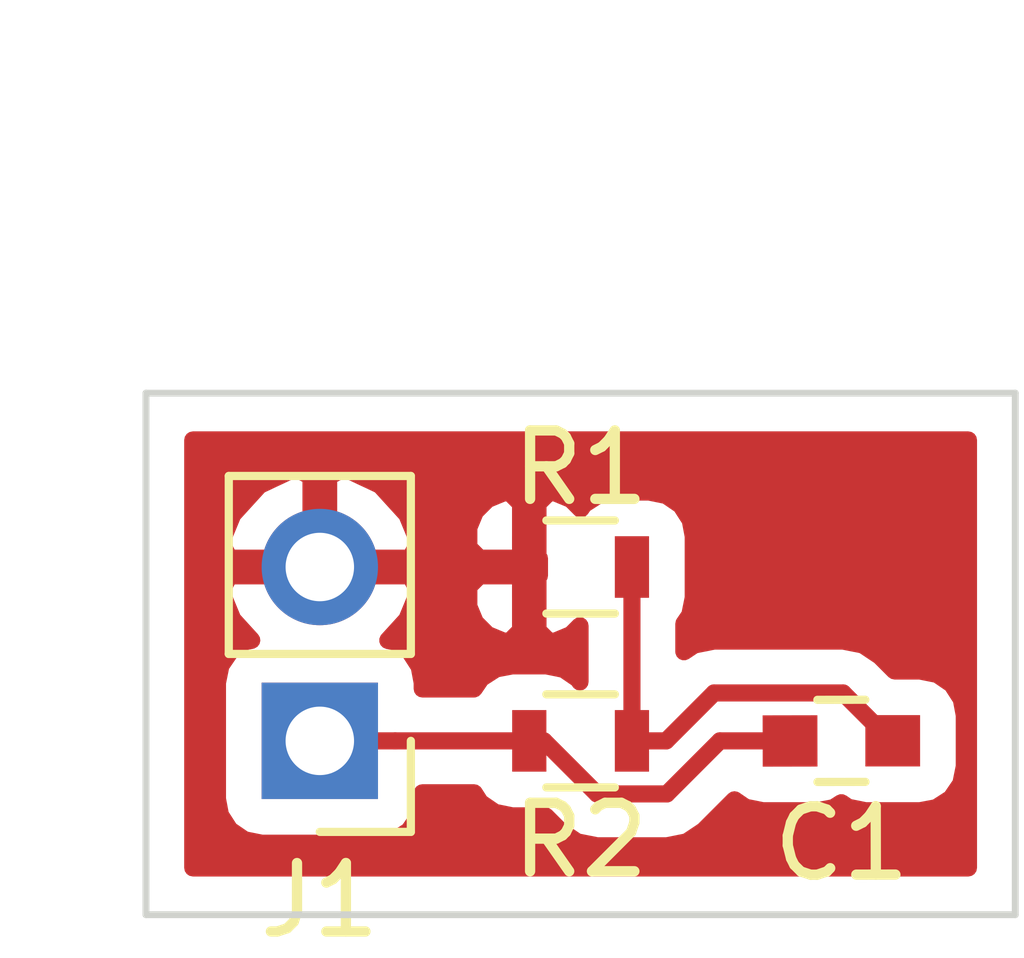
<source format=kicad_pcb>
(kicad_pcb (version 4) (host pcbnew 4.0.7+dfsg1-1)

  (general
    (links 5)
    (no_connects 0)
    (area 137.492381 96.36 152.55 110.085)
    (thickness 1.6)
    (drawings 5)
    (tracks 14)
    (zones 0)
    (modules 4)
    (nets 4)
  )

  (page A4)
  (layers
    (0 F.Cu signal)
    (31 B.Cu signal)
    (32 B.Adhes user)
    (33 F.Adhes user)
    (34 B.Paste user)
    (35 F.Paste user)
    (36 B.SilkS user)
    (37 F.SilkS user)
    (38 B.Mask user)
    (39 F.Mask user)
    (40 Dwgs.User user)
    (41 Cmts.User user)
    (42 Eco1.User user)
    (43 Eco2.User user)
    (44 Edge.Cuts user)
    (45 Margin user)
    (46 B.CrtYd user)
    (47 F.CrtYd user)
    (48 B.Fab user)
    (49 F.Fab user)
  )

  (setup
    (last_trace_width 0.25)
    (trace_clearance 0.2)
    (zone_clearance 0.508)
    (zone_45_only no)
    (trace_min 0.2)
    (segment_width 0.2)
    (edge_width 0.2)
    (via_size 0.6)
    (via_drill 0.4)
    (via_min_size 0.4)
    (via_min_drill 0.3)
    (uvia_size 0.3)
    (uvia_drill 0.1)
    (uvias_allowed no)
    (uvia_min_size 0.2)
    (uvia_min_drill 0.1)
    (pcb_text_width 0.3)
    (pcb_text_size 1.5 1.5)
    (mod_edge_width 0.15)
    (mod_text_size 1 1)
    (mod_text_width 0.15)
    (pad_size 0.8 0.75)
    (pad_drill 0)
    (pad_to_mask_clearance 0.2)
    (aux_axis_origin 0 0)
    (visible_elements FFFFFF7F)
    (pcbplotparams
      (layerselection 0x00030_80000001)
      (usegerberextensions false)
      (excludeedgelayer true)
      (linewidth 0.100000)
      (plotframeref false)
      (viasonmask false)
      (mode 1)
      (useauxorigin false)
      (hpglpennumber 1)
      (hpglpenspeed 20)
      (hpglpendiameter 15)
      (hpglpenoverlay 2)
      (psnegative false)
      (psa4output false)
      (plotreference true)
      (plotvalue true)
      (plotinvisibletext false)
      (padsonsilk false)
      (subtractmaskfromsilk false)
      (outputformat 1)
      (mirror false)
      (drillshape 1)
      (scaleselection 1)
      (outputdirectory ""))
  )

  (net 0 "")
  (net 1 "Net-(C1-Pad1)")
  (net 2 "Net-(J1-Pad2)")
  (net 3 GND)

  (net_class Default "This is the default net class."
    (clearance 0.2)
    (trace_width 0.25)
    (via_dia 0.6)
    (via_drill 0.4)
    (uvia_dia 0.3)
    (uvia_drill 0.1)
    (add_net GND)
    (add_net "Net-(C1-Pad1)")
    (add_net "Net-(J1-Pad2)")
  )

  (module Capacitors_SMD:C_0603 (layer F.Cu) (tedit 5A2A3416) (tstamp 5A29152D)
    (at 149.86 106.68 180.1)
    (descr "Capacitor SMD 0603, reflow soldering, AVX (see smccp.pdf)")
    (tags "capacitor 0603")
    (path /5A2915AE)
    (attr smd)
    (fp_text reference C1 (at 0 -1.5 180.1) (layer F.SilkS)
      (effects (font (size 1 1) (thickness 0.15)))
    )
    (fp_text value C (at 0 1.5 180.1) (layer F.Fab)
      (effects (font (size 1 1) (thickness 0.15)))
    )
    (fp_line (start 1.4 0.65) (end -1.4 0.65) (layer F.CrtYd) (width 0.05))
    (fp_line (start 1.4 0.65) (end 1.4 -0.65) (layer F.CrtYd) (width 0.05))
    (fp_line (start -1.4 -0.65) (end -1.4 0.65) (layer F.CrtYd) (width 0.05))
    (fp_line (start -1.4 -0.65) (end 1.4 -0.65) (layer F.CrtYd) (width 0.05))
    (fp_line (start 0.35 0.6) (end -0.35 0.6) (layer F.SilkS) (width 0.12))
    (fp_line (start -0.35 -0.6) (end 0.35 -0.6) (layer F.SilkS) (width 0.12))
    (fp_line (start -0.8 -0.4) (end 0.8 -0.4) (layer F.Fab) (width 0.1))
    (fp_line (start 0.8 -0.4) (end 0.8 0.4) (layer F.Fab) (width 0.1))
    (fp_line (start 0.8 0.4) (end -0.8 0.4) (layer F.Fab) (width 0.1))
    (fp_line (start -0.8 0.4) (end -0.8 -0.4) (layer F.Fab) (width 0.1))
    (fp_text user %R (at 0 0 180.1) (layer F.Fab)
      (effects (font (size 0.3 0.3) (thickness 0.075)))
    )
    (pad 2 smd rect (at 0.75 0 180.1) (size 0.8 0.75) (layers F.Cu F.Paste F.Mask)
      (net 3 GND))
    (pad 1 smd rect (at -0.75 0 180) (size 0.8 0.75) (layers F.Cu F.Paste F.Mask)
      (net 1 "Net-(C1-Pad1)"))
    (model Capacitors_SMD.3dshapes/C_0603.wrl
      (at (xyz 0 0 0))
      (scale (xyz 1 1 1))
      (rotate (xyz 0 0 0))
    )
  )

  (module Pin_Headers:Pin_Header_Straight_1x02_Pitch2.54mm (layer F.Cu) (tedit 59650532) (tstamp 5A291533)
    (at 142.24 106.68 180)
    (descr "Through hole straight pin header, 1x02, 2.54mm pitch, single row")
    (tags "Through hole pin header THT 1x02 2.54mm single row")
    (path /5A2914CA)
    (fp_text reference J1 (at 0 -2.33 180) (layer F.SilkS)
      (effects (font (size 1 1) (thickness 0.15)))
    )
    (fp_text value Conn_01x02 (at 0 4.87 180) (layer F.Fab)
      (effects (font (size 1 1) (thickness 0.15)))
    )
    (fp_line (start -0.635 -1.27) (end 1.27 -1.27) (layer F.Fab) (width 0.1))
    (fp_line (start 1.27 -1.27) (end 1.27 3.81) (layer F.Fab) (width 0.1))
    (fp_line (start 1.27 3.81) (end -1.27 3.81) (layer F.Fab) (width 0.1))
    (fp_line (start -1.27 3.81) (end -1.27 -0.635) (layer F.Fab) (width 0.1))
    (fp_line (start -1.27 -0.635) (end -0.635 -1.27) (layer F.Fab) (width 0.1))
    (fp_line (start -1.33 3.87) (end 1.33 3.87) (layer F.SilkS) (width 0.12))
    (fp_line (start -1.33 1.27) (end -1.33 3.87) (layer F.SilkS) (width 0.12))
    (fp_line (start 1.33 1.27) (end 1.33 3.87) (layer F.SilkS) (width 0.12))
    (fp_line (start -1.33 1.27) (end 1.33 1.27) (layer F.SilkS) (width 0.12))
    (fp_line (start -1.33 0) (end -1.33 -1.33) (layer F.SilkS) (width 0.12))
    (fp_line (start -1.33 -1.33) (end 0 -1.33) (layer F.SilkS) (width 0.12))
    (fp_line (start -1.8 -1.8) (end -1.8 4.35) (layer F.CrtYd) (width 0.05))
    (fp_line (start -1.8 4.35) (end 1.8 4.35) (layer F.CrtYd) (width 0.05))
    (fp_line (start 1.8 4.35) (end 1.8 -1.8) (layer F.CrtYd) (width 0.05))
    (fp_line (start 1.8 -1.8) (end -1.8 -1.8) (layer F.CrtYd) (width 0.05))
    (fp_text user %R (at 0 1.27 270) (layer F.Fab)
      (effects (font (size 1 1) (thickness 0.15)))
    )
    (pad 1 thru_hole rect (at 0 0 180) (size 1.7 1.7) (drill 1) (layers *.Cu *.Mask)
      (net 3 GND))
    (pad 2 thru_hole oval (at 0 2.54 180) (size 1.7 1.7) (drill 1) (layers *.Cu *.Mask)
      (net 2 "Net-(J1-Pad2)"))
    (model ${KISYS3DMOD}/Pin_Headers.3dshapes/Pin_Header_Straight_1x02_Pitch2.54mm.wrl
      (at (xyz 0 0 0))
      (scale (xyz 1 1 1))
      (rotate (xyz 0 0 0))
    )
  )

  (module Resistors_SMD:R_0603 (layer F.Cu) (tedit 58E0A804) (tstamp 5A291539)
    (at 146.05 104.14)
    (descr "Resistor SMD 0603, reflow soldering, Vishay (see dcrcw.pdf)")
    (tags "resistor 0603")
    (path /5A29147F)
    (attr smd)
    (fp_text reference R1 (at 0 -1.45) (layer F.SilkS)
      (effects (font (size 1 1) (thickness 0.15)))
    )
    (fp_text value R (at 0 1.5) (layer F.Fab)
      (effects (font (size 1 1) (thickness 0.15)))
    )
    (fp_text user %R (at 0 0) (layer F.Fab)
      (effects (font (size 0.4 0.4) (thickness 0.075)))
    )
    (fp_line (start -0.8 0.4) (end -0.8 -0.4) (layer F.Fab) (width 0.1))
    (fp_line (start 0.8 0.4) (end -0.8 0.4) (layer F.Fab) (width 0.1))
    (fp_line (start 0.8 -0.4) (end 0.8 0.4) (layer F.Fab) (width 0.1))
    (fp_line (start -0.8 -0.4) (end 0.8 -0.4) (layer F.Fab) (width 0.1))
    (fp_line (start 0.5 0.68) (end -0.5 0.68) (layer F.SilkS) (width 0.12))
    (fp_line (start -0.5 -0.68) (end 0.5 -0.68) (layer F.SilkS) (width 0.12))
    (fp_line (start -1.25 -0.7) (end 1.25 -0.7) (layer F.CrtYd) (width 0.05))
    (fp_line (start -1.25 -0.7) (end -1.25 0.7) (layer F.CrtYd) (width 0.05))
    (fp_line (start 1.25 0.7) (end 1.25 -0.7) (layer F.CrtYd) (width 0.05))
    (fp_line (start 1.25 0.7) (end -1.25 0.7) (layer F.CrtYd) (width 0.05))
    (pad 1 smd rect (at -0.75 0) (size 0.5 0.9) (layers F.Cu F.Paste F.Mask)
      (net 2 "Net-(J1-Pad2)"))
    (pad 2 smd rect (at 0.75 0) (size 0.5 0.9) (layers F.Cu F.Paste F.Mask)
      (net 1 "Net-(C1-Pad1)"))
    (model ${KISYS3DMOD}/Resistors_SMD.3dshapes/R_0603.wrl
      (at (xyz 0 0 0))
      (scale (xyz 1 1 1))
      (rotate (xyz 0 0 0))
    )
  )

  (module Resistors_SMD:R_0603 (layer F.Cu) (tedit 58E0A804) (tstamp 5A29153F)
    (at 146.05 106.68 180)
    (descr "Resistor SMD 0603, reflow soldering, Vishay (see dcrcw.pdf)")
    (tags "resistor 0603")
    (path /5A29151D)
    (attr smd)
    (fp_text reference R2 (at 0 -1.45 180) (layer F.SilkS)
      (effects (font (size 1 1) (thickness 0.15)))
    )
    (fp_text value R (at 0 1.5 180) (layer F.Fab)
      (effects (font (size 1 1) (thickness 0.15)))
    )
    (fp_text user %R (at 0 0 180) (layer F.Fab)
      (effects (font (size 0.4 0.4) (thickness 0.075)))
    )
    (fp_line (start -0.8 0.4) (end -0.8 -0.4) (layer F.Fab) (width 0.1))
    (fp_line (start 0.8 0.4) (end -0.8 0.4) (layer F.Fab) (width 0.1))
    (fp_line (start 0.8 -0.4) (end 0.8 0.4) (layer F.Fab) (width 0.1))
    (fp_line (start -0.8 -0.4) (end 0.8 -0.4) (layer F.Fab) (width 0.1))
    (fp_line (start 0.5 0.68) (end -0.5 0.68) (layer F.SilkS) (width 0.12))
    (fp_line (start -0.5 -0.68) (end 0.5 -0.68) (layer F.SilkS) (width 0.12))
    (fp_line (start -1.25 -0.7) (end 1.25 -0.7) (layer F.CrtYd) (width 0.05))
    (fp_line (start -1.25 -0.7) (end -1.25 0.7) (layer F.CrtYd) (width 0.05))
    (fp_line (start 1.25 0.7) (end 1.25 -0.7) (layer F.CrtYd) (width 0.05))
    (fp_line (start 1.25 0.7) (end -1.25 0.7) (layer F.CrtYd) (width 0.05))
    (pad 1 smd rect (at -0.75 0 180) (size 0.5 0.9) (layers F.Cu F.Paste F.Mask)
      (net 1 "Net-(C1-Pad1)"))
    (pad 2 smd rect (at 0.75 0 180) (size 0.5 0.9) (layers F.Cu F.Paste F.Mask)
      (net 3 GND))
    (model ${KISYS3DMOD}/Resistors_SMD.3dshapes/R_0603.wrl
      (at (xyz 0 0 0))
      (scale (xyz 1 1 1))
      (rotate (xyz 0 0 0))
    )
  )

  (dimension 12.7 (width 0.3) (layer Dwgs.User)
    (gr_text "12,700 mm" (at 146.05 97.71) (layer Dwgs.User)
      (effects (font (size 1.5 1.5) (thickness 0.3)))
    )
    (feature1 (pts (xy 152.4 101.6) (xy 152.4 96.36)))
    (feature2 (pts (xy 139.7 101.6) (xy 139.7 96.36)))
    (crossbar (pts (xy 139.7 99.06) (xy 152.4 99.06)))
    (arrow1a (pts (xy 152.4 99.06) (xy 151.273496 99.646421)))
    (arrow1b (pts (xy 152.4 99.06) (xy 151.273496 98.473579)))
    (arrow2a (pts (xy 139.7 99.06) (xy 140.826504 99.646421)))
    (arrow2b (pts (xy 139.7 99.06) (xy 140.826504 98.473579)))
  )
  (gr_line (start 139.7 109.22) (end 139.7 101.6) (layer Edge.Cuts) (width 0.1))
  (gr_line (start 152.4 109.22) (end 139.7 109.22) (layer Edge.Cuts) (width 0.1))
  (gr_line (start 152.4 101.6) (end 152.4 109.22) (layer Edge.Cuts) (width 0.1))
  (gr_line (start 139.7 101.6) (end 152.4 101.6) (layer Edge.Cuts) (width 0.1))

  (segment (start 150.61 106.68) (end 150.585 106.68) (width 0.25) (layer F.Cu) (net 1))
  (segment (start 150.585 106.68) (end 149.884999 105.979999) (width 0.25) (layer F.Cu) (net 1))
  (segment (start 147.3 106.68) (end 146.8 106.68) (width 0.25) (layer F.Cu) (net 1))
  (segment (start 149.884999 105.979999) (end 148.000001 105.979999) (width 0.25) (layer F.Cu) (net 1))
  (segment (start 148.000001 105.979999) (end 147.3 106.68) (width 0.25) (layer F.Cu) (net 1))
  (segment (start 146.8 106.68) (end 146.8 106.48) (width 0.25) (layer F.Cu) (net 1))
  (segment (start 146.8 106.48) (end 146.8 104.14) (width 0.25) (layer F.Cu) (net 1))
  (segment (start 142.24 104.14) (end 145.3 104.14) (width 0.25) (layer F.Cu) (net 2))
  (segment (start 149.11 106.68) (end 148.085002 106.68) (width 0.25) (layer F.Cu) (net 3))
  (segment (start 148.085002 106.68) (end 147.310001 107.455001) (width 0.25) (layer F.Cu) (net 3))
  (segment (start 147.310001 107.455001) (end 146.289999 107.455001) (width 0.25) (layer F.Cu) (net 3))
  (segment (start 146.289999 107.455001) (end 145.514998 106.68) (width 0.25) (layer F.Cu) (net 3))
  (segment (start 145.514998 106.68) (end 143.34 106.68) (width 0.25) (layer F.Cu) (net 3))
  (segment (start 143.34 106.68) (end 142.24 106.68) (width 0.25) (layer F.Cu) (net 3))

  (zone (net 2) (net_name "Net-(J1-Pad2)") (layer F.Cu) (tstamp 0) (hatch edge 0.508)
    (connect_pads (clearance 0.508))
    (min_thickness 0.254)
    (fill yes (arc_segments 16) (thermal_gap 0.508) (thermal_bridge_width 0.508))
    (polygon
      (pts
        (xy 152.4 101.6) (xy 139.7 101.6) (xy 139.7 109.22) (xy 152.4 109.22)
      )
    )
    (filled_polygon
      (pts
        (xy 151.715 108.535) (xy 140.385 108.535) (xy 140.385 105.83) (xy 140.74256 105.83) (xy 140.74256 107.53)
        (xy 140.786838 107.765317) (xy 140.92591 107.981441) (xy 141.13811 108.126431) (xy 141.39 108.17744) (xy 143.09 108.17744)
        (xy 143.325317 108.133162) (xy 143.541441 107.99409) (xy 143.686431 107.78189) (xy 143.73744 107.53) (xy 143.73744 107.44)
        (xy 144.494895 107.44) (xy 144.58591 107.581441) (xy 144.79811 107.726431) (xy 145.05 107.77744) (xy 145.537636 107.77744)
        (xy 145.752598 107.992402) (xy 145.99916 108.157149) (xy 146.289999 108.215001) (xy 147.310001 108.215001) (xy 147.60084 108.157149)
        (xy 147.847402 107.992402) (xy 148.297864 107.54194) (xy 148.45811 107.651431) (xy 148.71 107.70244) (xy 149.51 107.70244)
        (xy 149.745317 107.658162) (xy 149.859978 107.58438) (xy 149.95811 107.651431) (xy 150.21 107.70244) (xy 151.01 107.70244)
        (xy 151.245317 107.658162) (xy 151.461441 107.51909) (xy 151.606431 107.30689) (xy 151.65744 107.055) (xy 151.65744 106.305)
        (xy 151.613162 106.069683) (xy 151.47409 105.853559) (xy 151.26189 105.708569) (xy 151.01 105.65756) (xy 150.637362 105.65756)
        (xy 150.4224 105.442598) (xy 150.175838 105.277851) (xy 149.884999 105.219999) (xy 148.000001 105.219999) (xy 147.709162 105.277851)
        (xy 147.56 105.377518) (xy 147.56 104.968386) (xy 147.646431 104.84189) (xy 147.69744 104.59) (xy 147.69744 103.69)
        (xy 147.653162 103.454683) (xy 147.51409 103.238559) (xy 147.30189 103.093569) (xy 147.05 103.04256) (xy 146.55 103.04256)
        (xy 146.314683 103.086838) (xy 146.098559 103.22591) (xy 146.052031 103.294006) (xy 145.909698 103.151673) (xy 145.676309 103.055)
        (xy 145.58375 103.055) (xy 145.425 103.21375) (xy 145.425 104.013) (xy 145.447 104.013) (xy 145.447 104.267)
        (xy 145.425 104.267) (xy 145.425 105.06625) (xy 145.58375 105.225) (xy 145.676309 105.225) (xy 145.909698 105.128327)
        (xy 146.04 104.998026) (xy 146.04 105.818824) (xy 146.01409 105.778559) (xy 145.80189 105.633569) (xy 145.55 105.58256)
        (xy 145.05 105.58256) (xy 144.814683 105.626838) (xy 144.598559 105.76591) (xy 144.493274 105.92) (xy 143.73744 105.92)
        (xy 143.73744 105.83) (xy 143.693162 105.594683) (xy 143.55409 105.378559) (xy 143.34189 105.233569) (xy 143.233893 105.211699)
        (xy 143.511645 104.906924) (xy 143.681476 104.49689) (xy 143.643933 104.42575) (xy 144.415 104.42575) (xy 144.415 104.71631)
        (xy 144.511673 104.949699) (xy 144.690302 105.128327) (xy 144.923691 105.225) (xy 145.01625 105.225) (xy 145.175 105.06625)
        (xy 145.175 104.267) (xy 144.57375 104.267) (xy 144.415 104.42575) (xy 143.643933 104.42575) (xy 143.560155 104.267)
        (xy 142.367 104.267) (xy 142.367 104.287) (xy 142.113 104.287) (xy 142.113 104.267) (xy 140.919845 104.267)
        (xy 140.798524 104.49689) (xy 140.968355 104.906924) (xy 141.244501 105.209937) (xy 141.154683 105.226838) (xy 140.938559 105.36591)
        (xy 140.793569 105.57811) (xy 140.74256 105.83) (xy 140.385 105.83) (xy 140.385 103.78311) (xy 140.798524 103.78311)
        (xy 140.919845 104.013) (xy 142.113 104.013) (xy 142.113 102.819181) (xy 142.367 102.819181) (xy 142.367 104.013)
        (xy 143.560155 104.013) (xy 143.681476 103.78311) (xy 143.590595 103.56369) (xy 144.415 103.56369) (xy 144.415 103.85425)
        (xy 144.57375 104.013) (xy 145.175 104.013) (xy 145.175 103.21375) (xy 145.01625 103.055) (xy 144.923691 103.055)
        (xy 144.690302 103.151673) (xy 144.511673 103.330301) (xy 144.415 103.56369) (xy 143.590595 103.56369) (xy 143.511645 103.373076)
        (xy 143.121358 102.944817) (xy 142.596892 102.698514) (xy 142.367 102.819181) (xy 142.113 102.819181) (xy 141.883108 102.698514)
        (xy 141.358642 102.944817) (xy 140.968355 103.373076) (xy 140.798524 103.78311) (xy 140.385 103.78311) (xy 140.385 102.285)
        (xy 151.715 102.285)
      )
    )
  )
)

</source>
